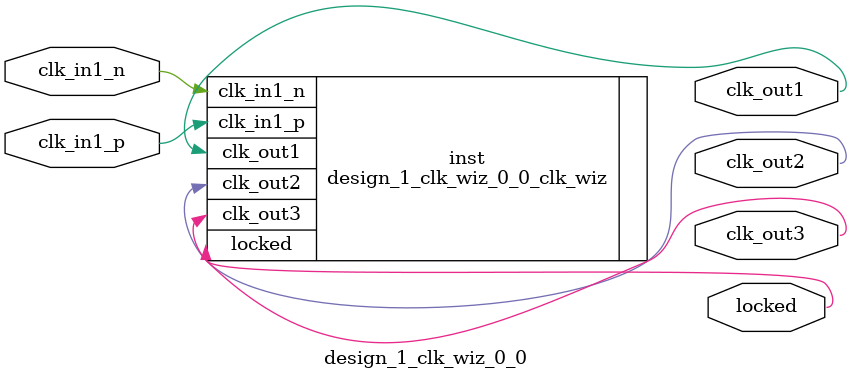
<source format=v>


`timescale 1ps/1ps

(* CORE_GENERATION_INFO = "design_1_clk_wiz_0_0,clk_wiz_v6_0_3_0_0,{component_name=design_1_clk_wiz_0_0,use_phase_alignment=true,use_min_o_jitter=false,use_max_i_jitter=false,use_dyn_phase_shift=false,use_inclk_switchover=false,use_dyn_reconfig=false,enable_axi=0,feedback_source=FDBK_AUTO,PRIMITIVE=MMCM,num_out_clk=3,clkin1_period=8.000,clkin2_period=10.000,use_power_down=false,use_reset=false,use_locked=true,use_inclk_stopped=false,feedback_type=SINGLE,CLOCK_MGR_TYPE=NA,manual_override=false}" *)

module design_1_clk_wiz_0_0 
 (
  // Clock out ports
  output        clk_out1,
  output        clk_out2,
  output        clk_out3,
  // Status and control signals
  output        locked,
 // Clock in ports
  input         clk_in1_p,
  input         clk_in1_n
 );

  design_1_clk_wiz_0_0_clk_wiz inst
  (
  // Clock out ports  
  .clk_out1(clk_out1),
  .clk_out2(clk_out2),
  .clk_out3(clk_out3),
  // Status and control signals               
  .locked(locked),
 // Clock in ports
  .clk_in1_p(clk_in1_p),
  .clk_in1_n(clk_in1_n)
  );

endmodule

</source>
